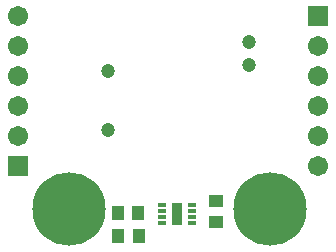
<source format=gts>
G04*
G04 #@! TF.GenerationSoftware,Altium Limited,Altium Designer,18.1.9 (240)*
G04*
G04 Layer_Color=8388736*
%FSAX25Y25*%
%MOIN*%
G70*
G01*
G75*
%ADD17R,0.04737X0.03950*%
%ADD18R,0.03517X0.07296*%
%ADD19R,0.02965X0.01784*%
%ADD20R,0.03950X0.04737*%
%ADD21C,0.04737*%
%ADD22C,0.06706*%
%ADD23R,0.06706X0.06706*%
%ADD24C,0.24422*%
D17*
X0577343Y0187205D02*
D03*
Y0180330D02*
D03*
D18*
X0564502Y0182924D02*
D03*
D19*
X0569521Y0179972D02*
D03*
Y0181940D02*
D03*
Y0183909D02*
D03*
Y0185877D02*
D03*
X0559482Y0179972D02*
D03*
Y0181940D02*
D03*
Y0183909D02*
D03*
Y0185877D02*
D03*
D20*
X0544714Y0183221D02*
D03*
X0551589D02*
D03*
X0551786Y0175579D02*
D03*
X0544911D02*
D03*
D21*
X0588559Y0240374D02*
D03*
X0541315Y0230532D02*
D03*
Y0210846D02*
D03*
X0588559Y0232500D02*
D03*
D22*
X0511500Y0248900D02*
D03*
Y0238900D02*
D03*
Y0228900D02*
D03*
Y0218900D02*
D03*
Y0208900D02*
D03*
X0611400Y0199000D02*
D03*
Y0209000D02*
D03*
Y0219000D02*
D03*
Y0229000D02*
D03*
Y0239000D02*
D03*
D23*
X0511500Y0198900D02*
D03*
X0611400Y0249000D02*
D03*
D24*
X0595500Y0184500D02*
D03*
X0528600D02*
D03*
M02*

</source>
